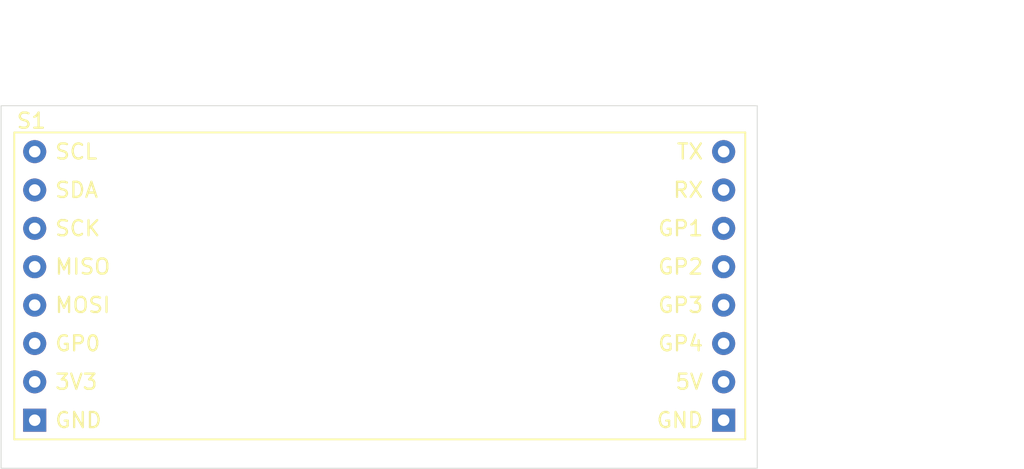
<source format=kicad_pcb>
(kicad_pcb (version 20171130) (host pcbnew "(5.1.9)-1")

  (general
    (thickness 1.6)
    (drawings 6)
    (tracks 0)
    (zones 0)
    (modules 1)
    (nets 16)
  )

  (page A4)
  (layers
    (0 F.Cu signal)
    (31 B.Cu signal)
    (32 B.Adhes user)
    (33 F.Adhes user)
    (34 B.Paste user)
    (35 F.Paste user)
    (36 B.SilkS user)
    (37 F.SilkS user)
    (38 B.Mask user)
    (39 F.Mask user)
    (40 Dwgs.User user)
    (41 Cmts.User user)
    (42 Eco1.User user)
    (43 Eco2.User user)
    (44 Edge.Cuts user)
    (45 Margin user)
    (46 B.CrtYd user)
    (47 F.CrtYd user)
    (48 B.Fab user)
    (49 F.Fab user)
  )

  (setup
    (last_trace_width 0.25)
    (trace_clearance 0.2)
    (zone_clearance 0.508)
    (zone_45_only no)
    (trace_min 0.2)
    (via_size 0.8)
    (via_drill 0.4)
    (via_min_size 0.4)
    (via_min_drill 0.3)
    (uvia_size 0.3)
    (uvia_drill 0.1)
    (uvias_allowed no)
    (uvia_min_size 0.2)
    (uvia_min_drill 0.1)
    (edge_width 0.05)
    (segment_width 0.2)
    (pcb_text_width 0.3)
    (pcb_text_size 1.5 1.5)
    (mod_edge_width 0.12)
    (mod_text_size 1 1)
    (mod_text_width 0.15)
    (pad_size 1.524 1.524)
    (pad_drill 0.762)
    (pad_to_mask_clearance 0)
    (aux_axis_origin 0 0)
    (visible_elements 7FFFFFFF)
    (pcbplotparams
      (layerselection 0x010fc_ffffffff)
      (usegerberextensions false)
      (usegerberattributes true)
      (usegerberadvancedattributes true)
      (creategerberjobfile true)
      (excludeedgelayer true)
      (linewidth 0.100000)
      (plotframeref false)
      (viasonmask false)
      (mode 1)
      (useauxorigin false)
      (hpglpennumber 1)
      (hpglpenspeed 20)
      (hpglpendiameter 15.000000)
      (psnegative false)
      (psa4output false)
      (plotreference true)
      (plotvalue true)
      (plotinvisibletext false)
      (padsonsilk false)
      (subtractmaskfromsilk false)
      (outputformat 1)
      (mirror false)
      (drillshape 1)
      (scaleselection 1)
      (outputdirectory ""))
  )

  (net 0 "")
  (net 1 "Net-(S1-Pad16)")
  (net 2 "Net-(S1-Pad15)")
  (net 3 "Net-(S1-Pad14)")
  (net 4 "Net-(S1-Pad13)")
  (net 5 "Net-(S1-Pad12)")
  (net 6 "Net-(S1-Pad11)")
  (net 7 5V_VIN)
  (net 8 GND)
  (net 9 3V3)
  (net 10 "Net-(S1-Pad6)")
  (net 11 "Net-(S1-Pad5)")
  (net 12 "Net-(S1-Pad4)")
  (net 13 "Net-(S1-Pad3)")
  (net 14 "Net-(S1-Pad2)")
  (net 15 "Net-(S1-Pad1)")

  (net_class Default "This is the default net class."
    (clearance 0.2)
    (trace_width 0.25)
    (via_dia 0.8)
    (via_drill 0.4)
    (uvia_dia 0.3)
    (uvia_drill 0.1)
    (add_net 3V3)
    (add_net 5V_VIN)
    (add_net GND)
    (add_net "Net-(S1-Pad1)")
    (add_net "Net-(S1-Pad11)")
    (add_net "Net-(S1-Pad12)")
    (add_net "Net-(S1-Pad13)")
    (add_net "Net-(S1-Pad14)")
    (add_net "Net-(S1-Pad15)")
    (add_net "Net-(S1-Pad16)")
    (add_net "Net-(S1-Pad2)")
    (add_net "Net-(S1-Pad3)")
    (add_net "Net-(S1-Pad4)")
    (add_net "Net-(S1-Pad5)")
    (add_net "Net-(S1-Pad6)")
  )

  (module hostboard:SOCKET_E locked (layer F.Cu) (tedit 6210D0C8) (tstamp 61A79270)
    (at 145 82.5)
    (path /61A73623)
    (fp_text reference S1 (at -23 0.5) (layer F.SilkS)
      (effects (font (size 1 1) (thickness 0.15)))
    )
    (fp_text value Socket (at 0 -2.5) (layer F.Fab)
      (effects (font (size 1 1) (thickness 0.15)))
    )
    (fp_text user GND (at 21.51 20.32) (layer F.SilkS)
      (effects (font (size 1 1) (thickness 0.15)) (justify right))
    )
    (fp_text user 5V (at 21.51 17.78) (layer F.SilkS)
      (effects (font (size 1 1) (thickness 0.15)) (justify right))
    )
    (fp_text user GP4 (at 21.51 15.24) (layer F.SilkS)
      (effects (font (size 1 1) (thickness 0.15)) (justify right))
    )
    (fp_text user GP3 (at 21.51 12.7) (layer F.SilkS)
      (effects (font (size 1 1) (thickness 0.15)) (justify right))
    )
    (fp_text user GP2 (at 21.51 10.16) (layer F.SilkS)
      (effects (font (size 1 1) (thickness 0.15)) (justify right))
    )
    (fp_text user GP1 (at 21.51 7.62) (layer F.SilkS)
      (effects (font (size 1 1) (thickness 0.15)) (justify right))
    )
    (fp_text user RX (at 21.51 5.08) (layer F.SilkS)
      (effects (font (size 1 1) (thickness 0.15)) (justify right))
    )
    (fp_text user TX (at 21.51 2.54) (layer F.SilkS)
      (effects (font (size 1 1) (thickness 0.15)) (justify right))
    )
    (fp_text user GND (at -21.51 20.32) (layer F.SilkS)
      (effects (font (size 1 1) (thickness 0.15)) (justify left))
    )
    (fp_text user 3V3 (at -21.51 17.78) (layer F.SilkS)
      (effects (font (size 1 1) (thickness 0.15)) (justify left))
    )
    (fp_text user GP0 (at -21.51 15.24) (layer F.SilkS)
      (effects (font (size 1 1) (thickness 0.15)) (justify left))
    )
    (fp_text user MOSI (at -21.51 12.7) (layer F.SilkS)
      (effects (font (size 1 1) (thickness 0.15)) (justify left))
    )
    (fp_text user MISO (at -21.51 10.16) (layer F.SilkS)
      (effects (font (size 1 1) (thickness 0.15)) (justify left))
    )
    (fp_text user SCK (at -21.51 7.62) (layer F.SilkS)
      (effects (font (size 1 1) (thickness 0.15)) (justify left))
    )
    (fp_text user SDA (at -21.51 5.08) (layer F.SilkS)
      (effects (font (size 1 1) (thickness 0.15)) (justify left))
    )
    (fp_text user SCL (at -21.51 2.54) (layer F.SilkS)
      (effects (font (size 1 1) (thickness 0.15)) (justify left))
    )
    (fp_line (start -24.13 1.27) (end 24.21 1.27) (layer F.SilkS) (width 0.12))
    (fp_line (start 24.21 1.27) (end 24.21 21.59) (layer F.SilkS) (width 0.12))
    (fp_line (start 24.21 21.59) (end -24.13 21.59) (layer F.SilkS) (width 0.12))
    (fp_line (start -24.13 21.59) (end -24.13 1.27) (layer F.SilkS) (width 0.12))
    (pad 16 thru_hole circle (at 22.78 2.54) (size 1.524 1.524) (drill 0.762) (layers *.Cu *.Mask)
      (net 1 "Net-(S1-Pad16)"))
    (pad 15 thru_hole circle (at 22.78 5.08) (size 1.524 1.524) (drill 0.762) (layers *.Cu *.Mask)
      (net 2 "Net-(S1-Pad15)"))
    (pad 14 thru_hole circle (at 22.78 7.62) (size 1.524 1.524) (drill 0.762) (layers *.Cu *.Mask)
      (net 3 "Net-(S1-Pad14)"))
    (pad 13 thru_hole circle (at 22.78 10.16) (size 1.524 1.524) (drill 0.762) (layers *.Cu *.Mask)
      (net 4 "Net-(S1-Pad13)"))
    (pad 12 thru_hole circle (at 22.78 12.7) (size 1.524 1.524) (drill 0.762) (layers *.Cu *.Mask)
      (net 5 "Net-(S1-Pad12)"))
    (pad 11 thru_hole circle (at 22.78 15.24) (size 1.524 1.524) (drill 0.762) (layers *.Cu *.Mask)
      (net 6 "Net-(S1-Pad11)"))
    (pad 10 thru_hole circle (at 22.78 17.78) (size 1.524 1.524) (drill 0.762) (layers *.Cu *.Mask)
      (net 7 5V_VIN))
    (pad 9 thru_hole rect (at 22.78 20.32) (size 1.524 1.524) (drill 0.762) (layers *.Cu *.Mask)
      (net 8 GND))
    (pad 8 thru_hole rect (at -22.78 20.32) (size 1.524 1.524) (drill 0.762) (layers *.Cu *.Mask)
      (net 8 GND))
    (pad 7 thru_hole circle (at -22.78 17.78) (size 1.524 1.524) (drill 0.762) (layers *.Cu *.Mask)
      (net 9 3V3))
    (pad 6 thru_hole circle (at -22.78 15.24) (size 1.524 1.524) (drill 0.762) (layers *.Cu *.Mask)
      (net 10 "Net-(S1-Pad6)"))
    (pad 5 thru_hole circle (at -22.78 12.7) (size 1.524 1.524) (drill 0.762) (layers *.Cu *.Mask)
      (net 11 "Net-(S1-Pad5)"))
    (pad 4 thru_hole circle (at -22.78 10.16) (size 1.524 1.524) (drill 0.762) (layers *.Cu *.Mask)
      (net 12 "Net-(S1-Pad4)"))
    (pad 3 thru_hole circle (at -22.78 7.62) (size 1.524 1.524) (drill 0.762) (layers *.Cu *.Mask)
      (net 13 "Net-(S1-Pad3)"))
    (pad 2 thru_hole circle (at -22.78 5.08) (size 1.524 1.524) (drill 0.762) (layers *.Cu *.Mask)
      (net 14 "Net-(S1-Pad2)"))
    (pad 1 thru_hole circle (at -22.78 2.54) (size 1.524 1.524) (drill 0.762) (layers *.Cu *.Mask)
      (net 15 "Net-(S1-Pad1)"))
    (model ${KISYS3DMOD}/Connector_PinHeader_2.54mm.3dshapes/PinHeader_1x08_P2.54mm_Vertical.step
      (offset (xyz -22.5 -2.5 -2))
      (scale (xyz 1 1 1))
      (rotate (xyz 0 180 0))
    )
    (model ${KISYS3DMOD}/Connector_PinHeader_2.54mm.3dshapes/PinHeader_1x08_P2.54mm_Vertical.step
      (offset (xyz 22.5 -2.5 -2))
      (scale (xyz 1 1 1))
      (rotate (xyz 0 180 0))
    )
  )

  (dimension 24 (width 0.15) (layer Dwgs.User) (tstamp 61A792C3)
    (gr_text "24.000 mm" (at 186.3 94 270) (layer Dwgs.User) (tstamp 61A792C3)
      (effects (font (size 1 1) (thickness 0.15)))
    )
    (feature1 (pts (xy 170 106) (xy 185.586421 106)))
    (feature2 (pts (xy 170 82) (xy 185.586421 82)))
    (crossbar (pts (xy 185 82) (xy 185 106)))
    (arrow1a (pts (xy 185 106) (xy 184.413579 104.873496)))
    (arrow1b (pts (xy 185 106) (xy 185.586421 104.873496)))
    (arrow2a (pts (xy 185 82) (xy 184.413579 83.126504)))
    (arrow2b (pts (xy 185 82) (xy 185.586421 83.126504)))
  )
  (dimension 50 (width 0.15) (layer Dwgs.User)
    (gr_text "50.000 mm" (at 145 75.7) (layer Dwgs.User)
      (effects (font (size 1 1) (thickness 0.15)))
    )
    (feature1 (pts (xy 170 82) (xy 170 76.413579)))
    (feature2 (pts (xy 120 82) (xy 120 76.413579)))
    (crossbar (pts (xy 120 77) (xy 170 77)))
    (arrow1a (pts (xy 170 77) (xy 168.873496 77.586421)))
    (arrow1b (pts (xy 170 77) (xy 168.873496 76.413579)))
    (arrow2a (pts (xy 120 77) (xy 121.126504 77.586421)))
    (arrow2b (pts (xy 120 77) (xy 121.126504 76.413579)))
  )
  (gr_line (start 120 106) (end 120 82) (layer Edge.Cuts) (width 0.05) (tstamp 61A792CE))
  (gr_line (start 170 106) (end 120 106) (layer Edge.Cuts) (width 0.05) (tstamp 61A792C8))
  (gr_line (start 170 82) (end 170 106) (layer Edge.Cuts) (width 0.05) (tstamp 61A792CB))
  (gr_line (start 120 82) (end 170 82) (layer Edge.Cuts) (width 0.05) (tstamp 61A792BF))

)

</source>
